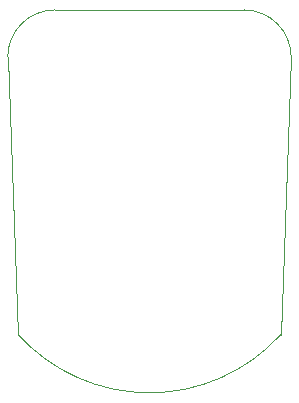
<source format=gbr>
%TF.GenerationSoftware,KiCad,Pcbnew,(7.0.0)*%
%TF.CreationDate,2023-09-26T09:32:08+13:00*%
%TF.ProjectId,SENSOR BOARD,53454e53-4f52-4204-924f-4152442e6b69,rev?*%
%TF.SameCoordinates,Original*%
%TF.FileFunction,Profile,NP*%
%FSLAX46Y46*%
G04 Gerber Fmt 4.6, Leading zero omitted, Abs format (unit mm)*
G04 Created by KiCad (PCBNEW (7.0.0)) date 2023-09-26 09:32:08*
%MOMM*%
%LPD*%
G01*
G04 APERTURE LIST*
%TA.AperFunction,Profile*%
%ADD10C,0.100000*%
%TD*%
G04 APERTURE END LIST*
D10*
X151000000Y-100999999D02*
G75*
G03*
X162099100Y-96090091I0J14999999D01*
G01*
X159000000Y-68580000D02*
X143000000Y-68580000D01*
X139900899Y-96090092D02*
X139000000Y-72580000D01*
X163000000Y-72580000D02*
G75*
G03*
X159000000Y-68580000I-4000000J0D01*
G01*
X162099101Y-96090092D02*
X163000000Y-72580000D01*
X143000000Y-68580000D02*
G75*
G03*
X139000000Y-72580000I0J-4000000D01*
G01*
X139900899Y-96090092D02*
G75*
G03*
X151000000Y-101000000I11099101J10090092D01*
G01*
M02*

</source>
